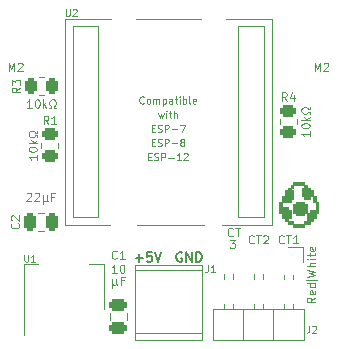
<source format=gto>
G04 #@! TF.GenerationSoftware,KiCad,Pcbnew,(6.0.2)*
G04 #@! TF.CreationDate,2022-09-28T01:57:24+02:00*
G04 #@! TF.ProjectId,Tiny-Power-Meter,54696e79-2d50-46f7-9765-722d4d657465,rev?*
G04 #@! TF.SameCoordinates,Original*
G04 #@! TF.FileFunction,Legend,Top*
G04 #@! TF.FilePolarity,Positive*
%FSLAX46Y46*%
G04 Gerber Fmt 4.6, Leading zero omitted, Abs format (unit mm)*
G04 Created by KiCad (PCBNEW (6.0.2)) date 2022-09-28 01:57:24*
%MOMM*%
%LPD*%
G01*
G04 APERTURE LIST*
G04 Aperture macros list*
%AMRoundRect*
0 Rectangle with rounded corners*
0 $1 Rounding radius*
0 $2 $3 $4 $5 $6 $7 $8 $9 X,Y pos of 4 corners*
0 Add a 4 corners polygon primitive as box body*
4,1,4,$2,$3,$4,$5,$6,$7,$8,$9,$2,$3,0*
0 Add four circle primitives for the rounded corners*
1,1,$1+$1,$2,$3*
1,1,$1+$1,$4,$5*
1,1,$1+$1,$6,$7*
1,1,$1+$1,$8,$9*
0 Add four rect primitives between the rounded corners*
20,1,$1+$1,$2,$3,$4,$5,0*
20,1,$1+$1,$4,$5,$6,$7,0*
20,1,$1+$1,$6,$7,$8,$9,0*
20,1,$1+$1,$8,$9,$2,$3,0*%
G04 Aperture macros list end*
%ADD10C,0.120000*%
%ADD11C,0.150000*%
%ADD12C,0.110000*%
%ADD13C,0.100000*%
%ADD14C,0.010000*%
%ADD15RoundRect,0.250000X0.250000X0.475000X-0.250000X0.475000X-0.250000X-0.475000X0.250000X-0.475000X0*%
%ADD16RoundRect,0.250000X-0.262500X-0.450000X0.262500X-0.450000X0.262500X0.450000X-0.262500X0.450000X0*%
%ADD17RoundRect,0.250000X0.450000X-0.262500X0.450000X0.262500X-0.450000X0.262500X-0.450000X-0.262500X0*%
%ADD18R,1.500000X2.000000*%
%ADD19R,3.800000X2.000000*%
%ADD20R,2.200000X2.200000*%
%ADD21C,2.200000*%
%ADD22RoundRect,0.250000X0.475000X-0.250000X0.475000X0.250000X-0.475000X0.250000X-0.475000X-0.250000X0*%
%ADD23R,1.350000X1.350000*%
%ADD24O,1.350000X1.350000*%
%ADD25C,1.350000*%
%ADD26R,1.700000X1.700000*%
%ADD27O,1.700000X1.700000*%
%ADD28C,0.700000*%
%ADD29C,4.400000*%
%ADD30O,1.600000X1.600000*%
%ADD31R,1.600000X1.600000*%
G04 APERTURE END LIST*
D10*
X161675000Y-91200000D02*
X162625000Y-91200000D01*
D11*
X151190476Y-88900000D02*
X151114285Y-88861904D01*
X151000000Y-88861904D01*
X150885714Y-88900000D01*
X150809523Y-88976190D01*
X150771428Y-89052380D01*
X150733333Y-89204761D01*
X150733333Y-89319047D01*
X150771428Y-89471428D01*
X150809523Y-89547619D01*
X150885714Y-89623809D01*
X151000000Y-89661904D01*
X151076190Y-89661904D01*
X151190476Y-89623809D01*
X151228571Y-89585714D01*
X151228571Y-89319047D01*
X151076190Y-89319047D01*
X151571428Y-89661904D02*
X151571428Y-88861904D01*
X152028571Y-89661904D01*
X152028571Y-88861904D01*
X152409523Y-89661904D02*
X152409523Y-88861904D01*
X152600000Y-88861904D01*
X152714285Y-88900000D01*
X152790476Y-88976190D01*
X152828571Y-89052380D01*
X152866666Y-89204761D01*
X152866666Y-89319047D01*
X152828571Y-89471428D01*
X152790476Y-89547619D01*
X152714285Y-89623809D01*
X152600000Y-89661904D01*
X152409523Y-89661904D01*
X147271428Y-89357142D02*
X147880952Y-89357142D01*
X147576190Y-89661904D02*
X147576190Y-89052380D01*
X148642857Y-88861904D02*
X148261904Y-88861904D01*
X148223809Y-89242857D01*
X148261904Y-89204761D01*
X148338095Y-89166666D01*
X148528571Y-89166666D01*
X148604761Y-89204761D01*
X148642857Y-89242857D01*
X148680952Y-89319047D01*
X148680952Y-89509523D01*
X148642857Y-89585714D01*
X148604761Y-89623809D01*
X148528571Y-89661904D01*
X148338095Y-89661904D01*
X148261904Y-89623809D01*
X148223809Y-89585714D01*
X148909523Y-88861904D02*
X149176190Y-89661904D01*
X149442857Y-88861904D01*
D12*
X148628571Y-79557142D02*
X148828571Y-79557142D01*
X148914285Y-79871428D02*
X148628571Y-79871428D01*
X148628571Y-79271428D01*
X148914285Y-79271428D01*
X149142857Y-79842857D02*
X149228571Y-79871428D01*
X149371428Y-79871428D01*
X149428571Y-79842857D01*
X149457142Y-79814285D01*
X149485714Y-79757142D01*
X149485714Y-79700000D01*
X149457142Y-79642857D01*
X149428571Y-79614285D01*
X149371428Y-79585714D01*
X149257142Y-79557142D01*
X149200000Y-79528571D01*
X149171428Y-79500000D01*
X149142857Y-79442857D01*
X149142857Y-79385714D01*
X149171428Y-79328571D01*
X149200000Y-79300000D01*
X149257142Y-79271428D01*
X149400000Y-79271428D01*
X149485714Y-79300000D01*
X149742857Y-79871428D02*
X149742857Y-79271428D01*
X149971428Y-79271428D01*
X150028571Y-79300000D01*
X150057142Y-79328571D01*
X150085714Y-79385714D01*
X150085714Y-79471428D01*
X150057142Y-79528571D01*
X150028571Y-79557142D01*
X149971428Y-79585714D01*
X149742857Y-79585714D01*
X150342857Y-79642857D02*
X150800000Y-79642857D01*
X151171428Y-79528571D02*
X151114285Y-79500000D01*
X151085714Y-79471428D01*
X151057142Y-79414285D01*
X151057142Y-79385714D01*
X151085714Y-79328571D01*
X151114285Y-79300000D01*
X151171428Y-79271428D01*
X151285714Y-79271428D01*
X151342857Y-79300000D01*
X151371428Y-79328571D01*
X151400000Y-79385714D01*
X151400000Y-79414285D01*
X151371428Y-79471428D01*
X151342857Y-79500000D01*
X151285714Y-79528571D01*
X151171428Y-79528571D01*
X151114285Y-79557142D01*
X151085714Y-79585714D01*
X151057142Y-79642857D01*
X151057142Y-79757142D01*
X151085714Y-79814285D01*
X151114285Y-79842857D01*
X151171428Y-79871428D01*
X151285714Y-79871428D01*
X151342857Y-79842857D01*
X151371428Y-79814285D01*
X151400000Y-79757142D01*
X151400000Y-79642857D01*
X151371428Y-79585714D01*
X151342857Y-79557142D01*
X151285714Y-79528571D01*
X149185714Y-77071428D02*
X149300000Y-77471428D01*
X149414285Y-77185714D01*
X149528571Y-77471428D01*
X149642857Y-77071428D01*
X149871428Y-77471428D02*
X149871428Y-77071428D01*
X149871428Y-76871428D02*
X149842857Y-76900000D01*
X149871428Y-76928571D01*
X149900000Y-76900000D01*
X149871428Y-76871428D01*
X149871428Y-76928571D01*
X150071428Y-77071428D02*
X150300000Y-77071428D01*
X150157142Y-76871428D02*
X150157142Y-77385714D01*
X150185714Y-77442857D01*
X150242857Y-77471428D01*
X150300000Y-77471428D01*
X150500000Y-77471428D02*
X150500000Y-76871428D01*
X150757142Y-77471428D02*
X150757142Y-77157142D01*
X150728571Y-77100000D01*
X150671428Y-77071428D01*
X150585714Y-77071428D01*
X150528571Y-77100000D01*
X150500000Y-77128571D01*
X148628571Y-78357142D02*
X148828571Y-78357142D01*
X148914285Y-78671428D02*
X148628571Y-78671428D01*
X148628571Y-78071428D01*
X148914285Y-78071428D01*
X149142857Y-78642857D02*
X149228571Y-78671428D01*
X149371428Y-78671428D01*
X149428571Y-78642857D01*
X149457142Y-78614285D01*
X149485714Y-78557142D01*
X149485714Y-78500000D01*
X149457142Y-78442857D01*
X149428571Y-78414285D01*
X149371428Y-78385714D01*
X149257142Y-78357142D01*
X149200000Y-78328571D01*
X149171428Y-78300000D01*
X149142857Y-78242857D01*
X149142857Y-78185714D01*
X149171428Y-78128571D01*
X149200000Y-78100000D01*
X149257142Y-78071428D01*
X149400000Y-78071428D01*
X149485714Y-78100000D01*
X149742857Y-78671428D02*
X149742857Y-78071428D01*
X149971428Y-78071428D01*
X150028571Y-78100000D01*
X150057142Y-78128571D01*
X150085714Y-78185714D01*
X150085714Y-78271428D01*
X150057142Y-78328571D01*
X150028571Y-78357142D01*
X149971428Y-78385714D01*
X149742857Y-78385714D01*
X150342857Y-78442857D02*
X150800000Y-78442857D01*
X151028571Y-78071428D02*
X151428571Y-78071428D01*
X151171428Y-78671428D01*
X148342857Y-80757142D02*
X148542857Y-80757142D01*
X148628571Y-81071428D02*
X148342857Y-81071428D01*
X148342857Y-80471428D01*
X148628571Y-80471428D01*
X148857142Y-81042857D02*
X148942857Y-81071428D01*
X149085714Y-81071428D01*
X149142857Y-81042857D01*
X149171428Y-81014285D01*
X149200000Y-80957142D01*
X149200000Y-80900000D01*
X149171428Y-80842857D01*
X149142857Y-80814285D01*
X149085714Y-80785714D01*
X148971428Y-80757142D01*
X148914285Y-80728571D01*
X148885714Y-80700000D01*
X148857142Y-80642857D01*
X148857142Y-80585714D01*
X148885714Y-80528571D01*
X148914285Y-80500000D01*
X148971428Y-80471428D01*
X149114285Y-80471428D01*
X149200000Y-80500000D01*
X149457142Y-81071428D02*
X149457142Y-80471428D01*
X149685714Y-80471428D01*
X149742857Y-80500000D01*
X149771428Y-80528571D01*
X149800000Y-80585714D01*
X149800000Y-80671428D01*
X149771428Y-80728571D01*
X149742857Y-80757142D01*
X149685714Y-80785714D01*
X149457142Y-80785714D01*
X150057142Y-80842857D02*
X150514285Y-80842857D01*
X151114285Y-81071428D02*
X150771428Y-81071428D01*
X150942857Y-81071428D02*
X150942857Y-80471428D01*
X150885714Y-80557142D01*
X150828571Y-80614285D01*
X150771428Y-80642857D01*
X151342857Y-80528571D02*
X151371428Y-80500000D01*
X151428571Y-80471428D01*
X151571428Y-80471428D01*
X151628571Y-80500000D01*
X151657142Y-80528571D01*
X151685714Y-80585714D01*
X151685714Y-80642857D01*
X151657142Y-80728571D01*
X151314285Y-81071428D01*
X151685714Y-81071428D01*
X147971428Y-76214285D02*
X147942857Y-76242857D01*
X147857142Y-76271428D01*
X147800000Y-76271428D01*
X147714285Y-76242857D01*
X147657142Y-76185714D01*
X147628571Y-76128571D01*
X147600000Y-76014285D01*
X147600000Y-75928571D01*
X147628571Y-75814285D01*
X147657142Y-75757142D01*
X147714285Y-75700000D01*
X147800000Y-75671428D01*
X147857142Y-75671428D01*
X147942857Y-75700000D01*
X147971428Y-75728571D01*
X148314285Y-76271428D02*
X148257142Y-76242857D01*
X148228571Y-76214285D01*
X148200000Y-76157142D01*
X148200000Y-75985714D01*
X148228571Y-75928571D01*
X148257142Y-75900000D01*
X148314285Y-75871428D01*
X148400000Y-75871428D01*
X148457142Y-75900000D01*
X148485714Y-75928571D01*
X148514285Y-75985714D01*
X148514285Y-76157142D01*
X148485714Y-76214285D01*
X148457142Y-76242857D01*
X148400000Y-76271428D01*
X148314285Y-76271428D01*
X148771428Y-76271428D02*
X148771428Y-75871428D01*
X148771428Y-75928571D02*
X148800000Y-75900000D01*
X148857142Y-75871428D01*
X148942857Y-75871428D01*
X149000000Y-75900000D01*
X149028571Y-75957142D01*
X149028571Y-76271428D01*
X149028571Y-75957142D02*
X149057142Y-75900000D01*
X149114285Y-75871428D01*
X149200000Y-75871428D01*
X149257142Y-75900000D01*
X149285714Y-75957142D01*
X149285714Y-76271428D01*
X149571428Y-75871428D02*
X149571428Y-76471428D01*
X149571428Y-75900000D02*
X149628571Y-75871428D01*
X149742857Y-75871428D01*
X149800000Y-75900000D01*
X149828571Y-75928571D01*
X149857142Y-75985714D01*
X149857142Y-76157142D01*
X149828571Y-76214285D01*
X149800000Y-76242857D01*
X149742857Y-76271428D01*
X149628571Y-76271428D01*
X149571428Y-76242857D01*
X150371428Y-76271428D02*
X150371428Y-75957142D01*
X150342857Y-75900000D01*
X150285714Y-75871428D01*
X150171428Y-75871428D01*
X150114285Y-75900000D01*
X150371428Y-76242857D02*
X150314285Y-76271428D01*
X150171428Y-76271428D01*
X150114285Y-76242857D01*
X150085714Y-76185714D01*
X150085714Y-76128571D01*
X150114285Y-76071428D01*
X150171428Y-76042857D01*
X150314285Y-76042857D01*
X150371428Y-76014285D01*
X150571428Y-75871428D02*
X150800000Y-75871428D01*
X150657142Y-75671428D02*
X150657142Y-76185714D01*
X150685714Y-76242857D01*
X150742857Y-76271428D01*
X150800000Y-76271428D01*
X151000000Y-76271428D02*
X151000000Y-75871428D01*
X151000000Y-75671428D02*
X150971428Y-75700000D01*
X151000000Y-75728571D01*
X151028571Y-75700000D01*
X151000000Y-75671428D01*
X151000000Y-75728571D01*
X151285714Y-76271428D02*
X151285714Y-75671428D01*
X151285714Y-75900000D02*
X151342857Y-75871428D01*
X151457142Y-75871428D01*
X151514285Y-75900000D01*
X151542857Y-75928571D01*
X151571428Y-75985714D01*
X151571428Y-76157142D01*
X151542857Y-76214285D01*
X151514285Y-76242857D01*
X151457142Y-76271428D01*
X151342857Y-76271428D01*
X151285714Y-76242857D01*
X151914285Y-76271428D02*
X151857142Y-76242857D01*
X151828571Y-76185714D01*
X151828571Y-75671428D01*
X152371428Y-76242857D02*
X152314285Y-76271428D01*
X152200000Y-76271428D01*
X152142857Y-76242857D01*
X152114285Y-76185714D01*
X152114285Y-75957142D01*
X152142857Y-75900000D01*
X152200000Y-75871428D01*
X152314285Y-75871428D01*
X152371428Y-75900000D01*
X152400000Y-75957142D01*
X152400000Y-76014285D01*
X152114285Y-76071428D01*
D10*
X137350000Y-86416666D02*
X137383333Y-86450000D01*
X137416666Y-86550000D01*
X137416666Y-86616666D01*
X137383333Y-86716666D01*
X137316666Y-86783333D01*
X137250000Y-86816666D01*
X137116666Y-86850000D01*
X137016666Y-86850000D01*
X136883333Y-86816666D01*
X136816666Y-86783333D01*
X136750000Y-86716666D01*
X136716666Y-86616666D01*
X136716666Y-86550000D01*
X136750000Y-86450000D01*
X136783333Y-86416666D01*
X136783333Y-86150000D02*
X136750000Y-86116666D01*
X136716666Y-86050000D01*
X136716666Y-85883333D01*
X136750000Y-85816666D01*
X136783333Y-85783333D01*
X136850000Y-85750000D01*
X136916666Y-85750000D01*
X137016666Y-85783333D01*
X137416666Y-86183333D01*
X137416666Y-85750000D01*
X138050000Y-83883333D02*
X138083333Y-83850000D01*
X138150000Y-83816666D01*
X138316666Y-83816666D01*
X138383333Y-83850000D01*
X138416666Y-83883333D01*
X138450000Y-83950000D01*
X138450000Y-84016666D01*
X138416666Y-84116666D01*
X138016666Y-84516666D01*
X138450000Y-84516666D01*
X138716666Y-83883333D02*
X138750000Y-83850000D01*
X138816666Y-83816666D01*
X138983333Y-83816666D01*
X139050000Y-83850000D01*
X139083333Y-83883333D01*
X139116666Y-83950000D01*
X139116666Y-84016666D01*
X139083333Y-84116666D01*
X138683333Y-84516666D01*
X139116666Y-84516666D01*
X139416666Y-84050000D02*
X139416666Y-84750000D01*
X139750000Y-84416666D02*
X139783333Y-84483333D01*
X139850000Y-84516666D01*
X139416666Y-84416666D02*
X139450000Y-84483333D01*
X139516666Y-84516666D01*
X139650000Y-84516666D01*
X139716666Y-84483333D01*
X139750000Y-84416666D01*
X139750000Y-84050000D01*
X140383333Y-84150000D02*
X140150000Y-84150000D01*
X140150000Y-84516666D02*
X140150000Y-83816666D01*
X140483333Y-83816666D01*
X137516666Y-74916666D02*
X137183333Y-75150000D01*
X137516666Y-75316666D02*
X136816666Y-75316666D01*
X136816666Y-75050000D01*
X136850000Y-74983333D01*
X136883333Y-74950000D01*
X136950000Y-74916666D01*
X137050000Y-74916666D01*
X137116666Y-74950000D01*
X137150000Y-74983333D01*
X137183333Y-75050000D01*
X137183333Y-75316666D01*
X136816666Y-74683333D02*
X136816666Y-74250000D01*
X137083333Y-74483333D01*
X137083333Y-74383333D01*
X137116666Y-74316666D01*
X137150000Y-74283333D01*
X137216666Y-74250000D01*
X137383333Y-74250000D01*
X137450000Y-74283333D01*
X137483333Y-74316666D01*
X137516666Y-74383333D01*
X137516666Y-74583333D01*
X137483333Y-74650000D01*
X137450000Y-74683333D01*
X138483333Y-76616666D02*
X138083333Y-76616666D01*
X138283333Y-76616666D02*
X138283333Y-75916666D01*
X138216666Y-76016666D01*
X138150000Y-76083333D01*
X138083333Y-76116666D01*
X138916666Y-75916666D02*
X138983333Y-75916666D01*
X139050000Y-75950000D01*
X139083333Y-75983333D01*
X139116666Y-76050000D01*
X139150000Y-76183333D01*
X139150000Y-76350000D01*
X139116666Y-76483333D01*
X139083333Y-76550000D01*
X139050000Y-76583333D01*
X138983333Y-76616666D01*
X138916666Y-76616666D01*
X138850000Y-76583333D01*
X138816666Y-76550000D01*
X138783333Y-76483333D01*
X138750000Y-76350000D01*
X138750000Y-76183333D01*
X138783333Y-76050000D01*
X138816666Y-75983333D01*
X138850000Y-75950000D01*
X138916666Y-75916666D01*
X139450000Y-76616666D02*
X139450000Y-75916666D01*
X139516666Y-76350000D02*
X139716666Y-76616666D01*
X139716666Y-76150000D02*
X139450000Y-76416666D01*
X139983333Y-76616666D02*
X140150000Y-76616666D01*
X140150000Y-76483333D01*
X140083333Y-76450000D01*
X140016666Y-76383333D01*
X139983333Y-76283333D01*
X139983333Y-76116666D01*
X140016666Y-76016666D01*
X140083333Y-75950000D01*
X140183333Y-75916666D01*
X140316666Y-75916666D01*
X140416666Y-75950000D01*
X140483333Y-76016666D01*
X140516666Y-76116666D01*
X140516666Y-76283333D01*
X140483333Y-76383333D01*
X140416666Y-76450000D01*
X140350000Y-76483333D01*
X140350000Y-76616666D01*
X140516666Y-76616666D01*
X160083333Y-76016666D02*
X159850000Y-75683333D01*
X159683333Y-76016666D02*
X159683333Y-75316666D01*
X159950000Y-75316666D01*
X160016666Y-75350000D01*
X160050000Y-75383333D01*
X160083333Y-75450000D01*
X160083333Y-75550000D01*
X160050000Y-75616666D01*
X160016666Y-75650000D01*
X159950000Y-75683333D01*
X159683333Y-75683333D01*
X160683333Y-75550000D02*
X160683333Y-76016666D01*
X160516666Y-75283333D02*
X160350000Y-75783333D01*
X160783333Y-75783333D01*
X162016666Y-78616666D02*
X162016666Y-79016666D01*
X162016666Y-78816666D02*
X161316666Y-78816666D01*
X161416666Y-78883333D01*
X161483333Y-78950000D01*
X161516666Y-79016666D01*
X161316666Y-78183333D02*
X161316666Y-78116666D01*
X161350000Y-78050000D01*
X161383333Y-78016666D01*
X161450000Y-77983333D01*
X161583333Y-77950000D01*
X161750000Y-77950000D01*
X161883333Y-77983333D01*
X161950000Y-78016666D01*
X161983333Y-78050000D01*
X162016666Y-78116666D01*
X162016666Y-78183333D01*
X161983333Y-78250000D01*
X161950000Y-78283333D01*
X161883333Y-78316666D01*
X161750000Y-78350000D01*
X161583333Y-78350000D01*
X161450000Y-78316666D01*
X161383333Y-78283333D01*
X161350000Y-78250000D01*
X161316666Y-78183333D01*
X162016666Y-77650000D02*
X161316666Y-77650000D01*
X161750000Y-77583333D02*
X162016666Y-77383333D01*
X161550000Y-77383333D02*
X161816666Y-77650000D01*
X162016666Y-77116666D02*
X162016666Y-76950000D01*
X161883333Y-76950000D01*
X161850000Y-77016666D01*
X161783333Y-77083333D01*
X161683333Y-77116666D01*
X161516666Y-77116666D01*
X161416666Y-77083333D01*
X161350000Y-77016666D01*
X161316666Y-76916666D01*
X161316666Y-76783333D01*
X161350000Y-76683333D01*
X161416666Y-76616666D01*
X161516666Y-76583333D01*
X161683333Y-76583333D01*
X161783333Y-76616666D01*
X161850000Y-76683333D01*
X161883333Y-76750000D01*
X162016666Y-76750000D01*
X162016666Y-76583333D01*
X139883333Y-78016666D02*
X139650000Y-77683333D01*
X139483333Y-78016666D02*
X139483333Y-77316666D01*
X139750000Y-77316666D01*
X139816666Y-77350000D01*
X139850000Y-77383333D01*
X139883333Y-77450000D01*
X139883333Y-77550000D01*
X139850000Y-77616666D01*
X139816666Y-77650000D01*
X139750000Y-77683333D01*
X139483333Y-77683333D01*
X140550000Y-78016666D02*
X140150000Y-78016666D01*
X140350000Y-78016666D02*
X140350000Y-77316666D01*
X140283333Y-77416666D01*
X140216666Y-77483333D01*
X140150000Y-77516666D01*
X138916666Y-80616666D02*
X138916666Y-81016666D01*
X138916666Y-80816666D02*
X138216666Y-80816666D01*
X138316666Y-80883333D01*
X138383333Y-80950000D01*
X138416666Y-81016666D01*
X138216666Y-80183333D02*
X138216666Y-80116666D01*
X138250000Y-80050000D01*
X138283333Y-80016666D01*
X138350000Y-79983333D01*
X138483333Y-79950000D01*
X138650000Y-79950000D01*
X138783333Y-79983333D01*
X138850000Y-80016666D01*
X138883333Y-80050000D01*
X138916666Y-80116666D01*
X138916666Y-80183333D01*
X138883333Y-80250000D01*
X138850000Y-80283333D01*
X138783333Y-80316666D01*
X138650000Y-80350000D01*
X138483333Y-80350000D01*
X138350000Y-80316666D01*
X138283333Y-80283333D01*
X138250000Y-80250000D01*
X138216666Y-80183333D01*
X138916666Y-79650000D02*
X138216666Y-79650000D01*
X138650000Y-79583333D02*
X138916666Y-79383333D01*
X138450000Y-79383333D02*
X138716666Y-79650000D01*
X138916666Y-79116666D02*
X138916666Y-78950000D01*
X138783333Y-78950000D01*
X138750000Y-79016666D01*
X138683333Y-79083333D01*
X138583333Y-79116666D01*
X138416666Y-79116666D01*
X138316666Y-79083333D01*
X138250000Y-79016666D01*
X138216666Y-78916666D01*
X138216666Y-78783333D01*
X138250000Y-78683333D01*
X138316666Y-78616666D01*
X138416666Y-78583333D01*
X138583333Y-78583333D01*
X138683333Y-78616666D01*
X138750000Y-78683333D01*
X138783333Y-78750000D01*
X138916666Y-78750000D01*
X138916666Y-78583333D01*
D13*
X137842857Y-89071428D02*
X137842857Y-89557142D01*
X137871428Y-89614285D01*
X137900000Y-89642857D01*
X137957142Y-89671428D01*
X138071428Y-89671428D01*
X138128571Y-89642857D01*
X138157142Y-89614285D01*
X138185714Y-89557142D01*
X138185714Y-89071428D01*
X138785714Y-89671428D02*
X138442857Y-89671428D01*
X138614285Y-89671428D02*
X138614285Y-89071428D01*
X138557142Y-89157142D01*
X138500000Y-89214285D01*
X138442857Y-89242857D01*
X153400000Y-89971428D02*
X153400000Y-90400000D01*
X153371428Y-90485714D01*
X153314285Y-90542857D01*
X153228571Y-90571428D01*
X153171428Y-90571428D01*
X154000000Y-90571428D02*
X153657142Y-90571428D01*
X153828571Y-90571428D02*
X153828571Y-89971428D01*
X153771428Y-90057142D01*
X153714285Y-90114285D01*
X153657142Y-90142857D01*
D10*
X145683333Y-89350000D02*
X145650000Y-89383333D01*
X145550000Y-89416666D01*
X145483333Y-89416666D01*
X145383333Y-89383333D01*
X145316666Y-89316666D01*
X145283333Y-89250000D01*
X145250000Y-89116666D01*
X145250000Y-89016666D01*
X145283333Y-88883333D01*
X145316666Y-88816666D01*
X145383333Y-88750000D01*
X145483333Y-88716666D01*
X145550000Y-88716666D01*
X145650000Y-88750000D01*
X145683333Y-88783333D01*
X146350000Y-89416666D02*
X145950000Y-89416666D01*
X146150000Y-89416666D02*
X146150000Y-88716666D01*
X146083333Y-88816666D01*
X146016666Y-88883333D01*
X145950000Y-88916666D01*
X145666666Y-90616666D02*
X145266666Y-90616666D01*
X145466666Y-90616666D02*
X145466666Y-89916666D01*
X145400000Y-90016666D01*
X145333333Y-90083333D01*
X145266666Y-90116666D01*
X146100000Y-89916666D02*
X146166666Y-89916666D01*
X146233333Y-89950000D01*
X146266666Y-89983333D01*
X146300000Y-90050000D01*
X146333333Y-90183333D01*
X146333333Y-90350000D01*
X146300000Y-90483333D01*
X146266666Y-90550000D01*
X146233333Y-90583333D01*
X146166666Y-90616666D01*
X146100000Y-90616666D01*
X146033333Y-90583333D01*
X146000000Y-90550000D01*
X145966666Y-90483333D01*
X145933333Y-90350000D01*
X145933333Y-90183333D01*
X145966666Y-90050000D01*
X146000000Y-89983333D01*
X146033333Y-89950000D01*
X146100000Y-89916666D01*
X145300000Y-91150000D02*
X145300000Y-91850000D01*
X145633333Y-91516666D02*
X145666666Y-91583333D01*
X145733333Y-91616666D01*
X145300000Y-91516666D02*
X145333333Y-91583333D01*
X145400000Y-91616666D01*
X145533333Y-91616666D01*
X145600000Y-91583333D01*
X145633333Y-91516666D01*
X145633333Y-91150000D01*
X146266666Y-91250000D02*
X146033333Y-91250000D01*
X146033333Y-91616666D02*
X146033333Y-90916666D01*
X146366666Y-90916666D01*
D13*
X141342857Y-68271428D02*
X141342857Y-68757142D01*
X141371428Y-68814285D01*
X141400000Y-68842857D01*
X141457142Y-68871428D01*
X141571428Y-68871428D01*
X141628571Y-68842857D01*
X141657142Y-68814285D01*
X141685714Y-68757142D01*
X141685714Y-68271428D01*
X141942857Y-68328571D02*
X141971428Y-68300000D01*
X142028571Y-68271428D01*
X142171428Y-68271428D01*
X142228571Y-68300000D01*
X142257142Y-68328571D01*
X142285714Y-68385714D01*
X142285714Y-68442857D01*
X142257142Y-68528571D01*
X141914285Y-68871428D01*
X142285714Y-68871428D01*
X161975000Y-95071428D02*
X161975000Y-95500000D01*
X161946428Y-95585714D01*
X161889285Y-95642857D01*
X161803571Y-95671428D01*
X161746428Y-95671428D01*
X162232142Y-95128571D02*
X162260714Y-95100000D01*
X162317857Y-95071428D01*
X162460714Y-95071428D01*
X162517857Y-95100000D01*
X162546428Y-95128571D01*
X162575000Y-95185714D01*
X162575000Y-95242857D01*
X162546428Y-95328571D01*
X162203571Y-95671428D01*
X162575000Y-95671428D01*
D10*
X159816666Y-88050000D02*
X159783333Y-88083333D01*
X159683333Y-88116666D01*
X159616666Y-88116666D01*
X159516666Y-88083333D01*
X159450000Y-88016666D01*
X159416666Y-87950000D01*
X159383333Y-87816666D01*
X159383333Y-87716666D01*
X159416666Y-87583333D01*
X159450000Y-87516666D01*
X159516666Y-87450000D01*
X159616666Y-87416666D01*
X159683333Y-87416666D01*
X159783333Y-87450000D01*
X159816666Y-87483333D01*
X160016666Y-87416666D02*
X160416666Y-87416666D01*
X160216666Y-88116666D02*
X160216666Y-87416666D01*
X161016666Y-88116666D02*
X160616666Y-88116666D01*
X160816666Y-88116666D02*
X160816666Y-87416666D01*
X160750000Y-87516666D01*
X160683333Y-87583333D01*
X160616666Y-87616666D01*
X155266666Y-87816666D02*
X155700000Y-87816666D01*
X155466666Y-88083333D01*
X155566666Y-88083333D01*
X155633333Y-88116666D01*
X155666666Y-88150000D01*
X155700000Y-88216666D01*
X155700000Y-88383333D01*
X155666666Y-88450000D01*
X155633333Y-88483333D01*
X155566666Y-88516666D01*
X155366666Y-88516666D01*
X155300000Y-88483333D01*
X155266666Y-88450000D01*
X162491666Y-92700000D02*
X162158333Y-92933333D01*
X162491666Y-93100000D02*
X161791666Y-93100000D01*
X161791666Y-92833333D01*
X161825000Y-92766666D01*
X161858333Y-92733333D01*
X161925000Y-92700000D01*
X162025000Y-92700000D01*
X162091666Y-92733333D01*
X162125000Y-92766666D01*
X162158333Y-92833333D01*
X162158333Y-93100000D01*
X162458333Y-92133333D02*
X162491666Y-92200000D01*
X162491666Y-92333333D01*
X162458333Y-92400000D01*
X162391666Y-92433333D01*
X162125000Y-92433333D01*
X162058333Y-92400000D01*
X162025000Y-92333333D01*
X162025000Y-92200000D01*
X162058333Y-92133333D01*
X162125000Y-92100000D01*
X162191666Y-92100000D01*
X162258333Y-92433333D01*
X162491666Y-91500000D02*
X161791666Y-91500000D01*
X162458333Y-91500000D02*
X162491666Y-91566666D01*
X162491666Y-91700000D01*
X162458333Y-91766666D01*
X162425000Y-91800000D01*
X162358333Y-91833333D01*
X162158333Y-91833333D01*
X162091666Y-91800000D01*
X162058333Y-91766666D01*
X162025000Y-91700000D01*
X162025000Y-91566666D01*
X162058333Y-91500000D01*
X157276666Y-88050000D02*
X157243333Y-88083333D01*
X157143333Y-88116666D01*
X157076666Y-88116666D01*
X156976666Y-88083333D01*
X156910000Y-88016666D01*
X156876666Y-87950000D01*
X156843333Y-87816666D01*
X156843333Y-87716666D01*
X156876666Y-87583333D01*
X156910000Y-87516666D01*
X156976666Y-87450000D01*
X157076666Y-87416666D01*
X157143333Y-87416666D01*
X157243333Y-87450000D01*
X157276666Y-87483333D01*
X157476666Y-87416666D02*
X157876666Y-87416666D01*
X157676666Y-88116666D02*
X157676666Y-87416666D01*
X158076666Y-87483333D02*
X158110000Y-87450000D01*
X158176666Y-87416666D01*
X158343333Y-87416666D01*
X158410000Y-87450000D01*
X158443333Y-87483333D01*
X158476666Y-87550000D01*
X158476666Y-87616666D01*
X158443333Y-87716666D01*
X158043333Y-88116666D01*
X158476666Y-88116666D01*
X161791666Y-90933333D02*
X162491666Y-90766666D01*
X161991666Y-90633333D01*
X162491666Y-90500000D01*
X161791666Y-90333333D01*
X162491666Y-90066666D02*
X161791666Y-90066666D01*
X162491666Y-89766666D02*
X162125000Y-89766666D01*
X162058333Y-89800000D01*
X162025000Y-89866666D01*
X162025000Y-89966666D01*
X162058333Y-90033333D01*
X162091666Y-90066666D01*
X162491666Y-89433333D02*
X162025000Y-89433333D01*
X161791666Y-89433333D02*
X161825000Y-89466666D01*
X161858333Y-89433333D01*
X161825000Y-89400000D01*
X161791666Y-89433333D01*
X161858333Y-89433333D01*
X162025000Y-89200000D02*
X162025000Y-88933333D01*
X161791666Y-89100000D02*
X162391666Y-89100000D01*
X162458333Y-89066666D01*
X162491666Y-89000000D01*
X162491666Y-88933333D01*
X162458333Y-88433333D02*
X162491666Y-88500000D01*
X162491666Y-88633333D01*
X162458333Y-88700000D01*
X162391666Y-88733333D01*
X162125000Y-88733333D01*
X162058333Y-88700000D01*
X162025000Y-88633333D01*
X162025000Y-88500000D01*
X162058333Y-88433333D01*
X162125000Y-88400000D01*
X162191666Y-88400000D01*
X162258333Y-88733333D01*
X155505000Y-87450000D02*
X155471666Y-87483333D01*
X155371666Y-87516666D01*
X155305000Y-87516666D01*
X155205000Y-87483333D01*
X155138333Y-87416666D01*
X155105000Y-87350000D01*
X155071666Y-87216666D01*
X155071666Y-87116666D01*
X155105000Y-86983333D01*
X155138333Y-86916666D01*
X155205000Y-86850000D01*
X155305000Y-86816666D01*
X155371666Y-86816666D01*
X155471666Y-86850000D01*
X155505000Y-86883333D01*
X155705000Y-86816666D02*
X156105000Y-86816666D01*
X155905000Y-87516666D02*
X155905000Y-86816666D01*
X162433333Y-73516666D02*
X162433333Y-72816666D01*
X162666666Y-73316666D01*
X162900000Y-72816666D01*
X162900000Y-73516666D01*
X163200000Y-72883333D02*
X163233333Y-72850000D01*
X163300000Y-72816666D01*
X163466666Y-72816666D01*
X163533333Y-72850000D01*
X163566666Y-72883333D01*
X163600000Y-72950000D01*
X163600000Y-73016666D01*
X163566666Y-73116666D01*
X163166666Y-73516666D01*
X163600000Y-73516666D01*
X136533333Y-73516666D02*
X136533333Y-72816666D01*
X136766666Y-73316666D01*
X137000000Y-72816666D01*
X137000000Y-73516666D01*
X137300000Y-72883333D02*
X137333333Y-72850000D01*
X137400000Y-72816666D01*
X137566666Y-72816666D01*
X137633333Y-72850000D01*
X137666666Y-72883333D01*
X137700000Y-72950000D01*
X137700000Y-73016666D01*
X137666666Y-73116666D01*
X137266666Y-73516666D01*
X137700000Y-73516666D01*
X139511252Y-87035000D02*
X138988748Y-87035000D01*
X139511252Y-85565000D02*
X138988748Y-85565000D01*
X139072936Y-74065000D02*
X139527064Y-74065000D01*
X139072936Y-75535000D02*
X139527064Y-75535000D01*
X159465000Y-78027064D02*
X159465000Y-77572936D01*
X160935000Y-78027064D02*
X160935000Y-77572936D01*
X140735000Y-80027064D02*
X140735000Y-79572936D01*
X139265000Y-80027064D02*
X139265000Y-79572936D01*
X144610000Y-93650000D02*
X144610000Y-89890000D01*
X144610000Y-89890000D02*
X143350000Y-89890000D01*
X137790000Y-89890000D02*
X139050000Y-89890000D01*
X137790000Y-95900000D02*
X137790000Y-89890000D01*
X147240000Y-90400000D02*
X152900000Y-90400000D01*
X147240000Y-95700000D02*
X152900000Y-95700000D01*
X147240000Y-89940000D02*
X152900000Y-89940000D01*
X147240000Y-89940000D02*
X147240000Y-96260000D01*
X152900000Y-89940000D02*
X152900000Y-96260000D01*
X147240000Y-96260000D02*
X152900000Y-96260000D01*
X145065000Y-94561252D02*
X145065000Y-94038748D01*
X146535000Y-94561252D02*
X146535000Y-94038748D01*
X152795000Y-69080000D02*
X147295000Y-69080000D01*
X155985000Y-69700500D02*
X155985000Y-85840000D01*
X144105000Y-69700500D02*
X144105000Y-85840000D01*
X145195000Y-69080000D02*
X141295000Y-69080000D01*
X155985000Y-85840000D02*
X158105000Y-85840000D01*
X155985000Y-69700500D02*
X158105000Y-69700500D01*
X158795000Y-86530000D02*
X158795000Y-69080000D01*
X141985000Y-85840000D02*
X144105000Y-85840000D01*
X158795000Y-86530000D02*
X154595000Y-86530000D01*
X158795000Y-69080000D02*
X154895000Y-69080000D01*
X145095000Y-86530000D02*
X141295000Y-86530000D01*
X141295000Y-86530000D02*
X141295000Y-69080000D01*
X153095000Y-86530000D02*
X147395000Y-86530000D01*
X158105000Y-69700500D02*
X158105000Y-85840000D01*
X141985000Y-69700500D02*
X144105000Y-69700500D01*
X141985000Y-69700500D02*
X141985000Y-85840000D01*
D14*
X160630100Y-83396650D02*
X160395150Y-83396650D01*
X160395150Y-83396650D02*
X160395150Y-83161700D01*
X160395150Y-83161700D02*
X160630100Y-83161700D01*
X160630100Y-83161700D02*
X160630100Y-83396650D01*
X160630100Y-83396650D02*
X160630100Y-83396650D01*
G36*
X160630100Y-83396650D02*
G01*
X160395150Y-83396650D01*
X160395150Y-83161700D01*
X160630100Y-83161700D01*
X160630100Y-83396650D01*
G37*
X160630100Y-83396650D02*
X160395150Y-83396650D01*
X160395150Y-83161700D01*
X160630100Y-83161700D01*
X160630100Y-83396650D01*
X160395150Y-83631600D02*
X160630100Y-83631600D01*
X160630100Y-83631600D02*
X160630100Y-84336450D01*
X160630100Y-84336450D02*
X160395150Y-84336450D01*
X160395150Y-84336450D02*
X160395150Y-84571400D01*
X160395150Y-84571400D02*
X159690300Y-84571400D01*
X159690300Y-84571400D02*
X159690300Y-84101500D01*
X159690300Y-84101500D02*
X159925250Y-84101500D01*
X159925250Y-84101500D02*
X159925250Y-83631600D01*
X159925250Y-83631600D02*
X160160200Y-83631600D01*
X160160200Y-83631600D02*
X160160200Y-83396650D01*
X160160200Y-83396650D02*
X160395150Y-83396650D01*
X160395150Y-83396650D02*
X160395150Y-83631600D01*
X160395150Y-83631600D02*
X160395150Y-83631600D01*
G36*
X160395150Y-83631600D02*
G01*
X160630100Y-83631600D01*
X160630100Y-84336450D01*
X160395150Y-84336450D01*
X160395150Y-84571400D01*
X159690300Y-84571400D01*
X159690300Y-84101500D01*
X159925250Y-84101500D01*
X159925250Y-83631600D01*
X160160200Y-83631600D01*
X160160200Y-83396650D01*
X160395150Y-83396650D01*
X160395150Y-83631600D01*
G37*
X160395150Y-83631600D02*
X160630100Y-83631600D01*
X160630100Y-84336450D01*
X160395150Y-84336450D01*
X160395150Y-84571400D01*
X159690300Y-84571400D01*
X159690300Y-84101500D01*
X159925250Y-84101500D01*
X159925250Y-83631600D01*
X160160200Y-83631600D01*
X160160200Y-83396650D01*
X160395150Y-83396650D01*
X160395150Y-83631600D01*
X160630100Y-86451000D02*
X160160200Y-86451000D01*
X160160200Y-86451000D02*
X160160200Y-86216050D01*
X160160200Y-86216050D02*
X160630100Y-86216050D01*
X160630100Y-86216050D02*
X160630100Y-86451000D01*
X160630100Y-86451000D02*
X160630100Y-86451000D01*
G36*
X160630100Y-86451000D02*
G01*
X160160200Y-86451000D01*
X160160200Y-86216050D01*
X160630100Y-86216050D01*
X160630100Y-86451000D01*
G37*
X160630100Y-86451000D02*
X160160200Y-86451000D01*
X160160200Y-86216050D01*
X160630100Y-86216050D01*
X160630100Y-86451000D01*
X161569900Y-86685950D02*
X160630100Y-86685950D01*
X160630100Y-86685950D02*
X160630100Y-86451000D01*
X160630100Y-86451000D02*
X161569900Y-86451000D01*
X161569900Y-86451000D02*
X161569900Y-86685950D01*
X161569900Y-86685950D02*
X161569900Y-86685950D01*
G36*
X161569900Y-86685950D02*
G01*
X160630100Y-86685950D01*
X160630100Y-86451000D01*
X161569900Y-86451000D01*
X161569900Y-86685950D01*
G37*
X161569900Y-86685950D02*
X160630100Y-86685950D01*
X160630100Y-86451000D01*
X161569900Y-86451000D01*
X161569900Y-86685950D01*
X161569900Y-84806350D02*
X161804850Y-84806350D01*
X161804850Y-84806350D02*
X161804850Y-85511200D01*
X161804850Y-85511200D02*
X161569900Y-85511200D01*
X161569900Y-85511200D02*
X161569900Y-85746150D01*
X161569900Y-85746150D02*
X160865050Y-85746150D01*
X160865050Y-85746150D02*
X160865050Y-85511200D01*
X160865050Y-85511200D02*
X160630100Y-85511200D01*
X160630100Y-85511200D02*
X160630100Y-84806350D01*
X160630100Y-84806350D02*
X160865050Y-84806350D01*
X160865050Y-84806350D02*
X160865050Y-84571400D01*
X160865050Y-84571400D02*
X161569900Y-84571400D01*
X161569900Y-84571400D02*
X161569900Y-84806350D01*
X161569900Y-84806350D02*
X161569900Y-84806350D01*
G36*
X161569900Y-84806350D02*
G01*
X161804850Y-84806350D01*
X161804850Y-85511200D01*
X161569900Y-85511200D01*
X161569900Y-85746150D01*
X160865050Y-85746150D01*
X160865050Y-85511200D01*
X160630100Y-85511200D01*
X160630100Y-84806350D01*
X160865050Y-84806350D01*
X160865050Y-84571400D01*
X161569900Y-84571400D01*
X161569900Y-84806350D01*
G37*
X161569900Y-84806350D02*
X161804850Y-84806350D01*
X161804850Y-85511200D01*
X161569900Y-85511200D01*
X161569900Y-85746150D01*
X160865050Y-85746150D01*
X160865050Y-85511200D01*
X160630100Y-85511200D01*
X160630100Y-84806350D01*
X160865050Y-84806350D01*
X160865050Y-84571400D01*
X161569900Y-84571400D01*
X161569900Y-84806350D01*
X159690300Y-85041300D02*
X160160200Y-85041300D01*
X160160200Y-85041300D02*
X160160200Y-85276250D01*
X160160200Y-85276250D02*
X160395150Y-85276250D01*
X160395150Y-85276250D02*
X160395150Y-85981100D01*
X160395150Y-85981100D02*
X160160200Y-85981100D01*
X160160200Y-85981100D02*
X160160200Y-86216050D01*
X160160200Y-86216050D02*
X159925250Y-86216050D01*
X159925250Y-86216050D02*
X159925250Y-85981100D01*
X159925250Y-85981100D02*
X159690300Y-85981100D01*
X159690300Y-85981100D02*
X159690300Y-85511200D01*
X159690300Y-85511200D02*
X159455350Y-85511200D01*
X159455350Y-85511200D02*
X159455350Y-84571400D01*
X159455350Y-84571400D02*
X159690300Y-84571400D01*
X159690300Y-84571400D02*
X159690300Y-85041300D01*
X159690300Y-85041300D02*
X159690300Y-85041300D01*
G36*
X159690300Y-85041300D02*
G01*
X160160200Y-85041300D01*
X160160200Y-85276250D01*
X160395150Y-85276250D01*
X160395150Y-85981100D01*
X160160200Y-85981100D01*
X160160200Y-86216050D01*
X159925250Y-86216050D01*
X159925250Y-85981100D01*
X159690300Y-85981100D01*
X159690300Y-85511200D01*
X159455350Y-85511200D01*
X159455350Y-84571400D01*
X159690300Y-84571400D01*
X159690300Y-85041300D01*
G37*
X159690300Y-85041300D02*
X160160200Y-85041300D01*
X160160200Y-85276250D01*
X160395150Y-85276250D01*
X160395150Y-85981100D01*
X160160200Y-85981100D01*
X160160200Y-86216050D01*
X159925250Y-86216050D01*
X159925250Y-85981100D01*
X159690300Y-85981100D01*
X159690300Y-85511200D01*
X159455350Y-85511200D01*
X159455350Y-84571400D01*
X159690300Y-84571400D01*
X159690300Y-85041300D01*
X162744650Y-85511200D02*
X162509700Y-85511200D01*
X162509700Y-85511200D02*
X162509700Y-85981100D01*
X162509700Y-85981100D02*
X162274750Y-85981100D01*
X162274750Y-85981100D02*
X162274750Y-86216050D01*
X162274750Y-86216050D02*
X162039800Y-86216050D01*
X162039800Y-86216050D02*
X162039800Y-86451000D01*
X162039800Y-86451000D02*
X161569900Y-86451000D01*
X161569900Y-86451000D02*
X161569900Y-86216050D01*
X161569900Y-86216050D02*
X161804850Y-86216050D01*
X161804850Y-86216050D02*
X161804850Y-85511200D01*
X161804850Y-85511200D02*
X162039800Y-85511200D01*
X162039800Y-85511200D02*
X162039800Y-85276250D01*
X162039800Y-85276250D02*
X162509700Y-85276250D01*
X162509700Y-85276250D02*
X162509700Y-84571400D01*
X162509700Y-84571400D02*
X162744650Y-84571400D01*
X162744650Y-84571400D02*
X162744650Y-85511200D01*
X162744650Y-85511200D02*
X162744650Y-85511200D01*
G36*
X162744650Y-85511200D02*
G01*
X162509700Y-85511200D01*
X162509700Y-85981100D01*
X162274750Y-85981100D01*
X162274750Y-86216050D01*
X162039800Y-86216050D01*
X162039800Y-86451000D01*
X161569900Y-86451000D01*
X161569900Y-86216050D01*
X161804850Y-86216050D01*
X161804850Y-85511200D01*
X162039800Y-85511200D01*
X162039800Y-85276250D01*
X162509700Y-85276250D01*
X162509700Y-84571400D01*
X162744650Y-84571400D01*
X162744650Y-85511200D01*
G37*
X162744650Y-85511200D02*
X162509700Y-85511200D01*
X162509700Y-85981100D01*
X162274750Y-85981100D01*
X162274750Y-86216050D01*
X162039800Y-86216050D01*
X162039800Y-86451000D01*
X161569900Y-86451000D01*
X161569900Y-86216050D01*
X161804850Y-86216050D01*
X161804850Y-85511200D01*
X162039800Y-85511200D01*
X162039800Y-85276250D01*
X162509700Y-85276250D01*
X162509700Y-84571400D01*
X162744650Y-84571400D01*
X162744650Y-85511200D01*
X162509700Y-84571400D02*
X162274750Y-84571400D01*
X162274750Y-84571400D02*
X162274750Y-84101500D01*
X162274750Y-84101500D02*
X162509700Y-84101500D01*
X162509700Y-84101500D02*
X162509700Y-84571400D01*
X162509700Y-84571400D02*
X162509700Y-84571400D01*
G36*
X162509700Y-84571400D02*
G01*
X162274750Y-84571400D01*
X162274750Y-84101500D01*
X162509700Y-84101500D01*
X162509700Y-84571400D01*
G37*
X162509700Y-84571400D02*
X162274750Y-84571400D01*
X162274750Y-84101500D01*
X162509700Y-84101500D01*
X162509700Y-84571400D01*
X161569900Y-83161700D02*
X160630100Y-83161700D01*
X160630100Y-83161700D02*
X160630100Y-82926750D01*
X160630100Y-82926750D02*
X161569900Y-82926750D01*
X161569900Y-82926750D02*
X161569900Y-83161700D01*
X161569900Y-83161700D02*
X161569900Y-83161700D01*
G36*
X161569900Y-83161700D02*
G01*
X160630100Y-83161700D01*
X160630100Y-82926750D01*
X161569900Y-82926750D01*
X161569900Y-83161700D01*
G37*
X161569900Y-83161700D02*
X160630100Y-83161700D01*
X160630100Y-82926750D01*
X161569900Y-82926750D01*
X161569900Y-83161700D01*
X161804850Y-83396650D02*
X162039800Y-83396650D01*
X162039800Y-83396650D02*
X162039800Y-83631600D01*
X162039800Y-83631600D02*
X162274750Y-83631600D01*
X162274750Y-83631600D02*
X162274750Y-84101500D01*
X162274750Y-84101500D02*
X162039800Y-84101500D01*
X162039800Y-84101500D02*
X162039800Y-84336450D01*
X162039800Y-84336450D02*
X161569900Y-84336450D01*
X161569900Y-84336450D02*
X161569900Y-84101500D01*
X161569900Y-84101500D02*
X161334950Y-84101500D01*
X161334950Y-84101500D02*
X161334950Y-83396650D01*
X161334950Y-83396650D02*
X161569900Y-83396650D01*
X161569900Y-83396650D02*
X161569900Y-83161700D01*
X161569900Y-83161700D02*
X161804850Y-83161700D01*
X161804850Y-83161700D02*
X161804850Y-83396650D01*
X161804850Y-83396650D02*
X161804850Y-83396650D01*
G36*
X161804850Y-83396650D02*
G01*
X162039800Y-83396650D01*
X162039800Y-83631600D01*
X162274750Y-83631600D01*
X162274750Y-84101500D01*
X162039800Y-84101500D01*
X162039800Y-84336450D01*
X161569900Y-84336450D01*
X161569900Y-84101500D01*
X161334950Y-84101500D01*
X161334950Y-83396650D01*
X161569900Y-83396650D01*
X161569900Y-83161700D01*
X161804850Y-83161700D01*
X161804850Y-83396650D01*
G37*
X161804850Y-83396650D02*
X162039800Y-83396650D01*
X162039800Y-83631600D01*
X162274750Y-83631600D01*
X162274750Y-84101500D01*
X162039800Y-84101500D01*
X162039800Y-84336450D01*
X161569900Y-84336450D01*
X161569900Y-84101500D01*
X161334950Y-84101500D01*
X161334950Y-83396650D01*
X161569900Y-83396650D01*
X161569900Y-83161700D01*
X161804850Y-83161700D01*
X161804850Y-83396650D01*
D10*
X153790000Y-93630000D02*
X153790000Y-96290000D01*
X158040000Y-90692929D02*
X158040000Y-91147071D01*
X155500000Y-93232929D02*
X155500000Y-93630000D01*
X158930000Y-93630000D02*
X158930000Y-96290000D01*
X156390000Y-93630000D02*
X156390000Y-96290000D01*
X157280000Y-90692929D02*
X157280000Y-91147071D01*
X159820000Y-90760000D02*
X159820000Y-91147071D01*
X161530000Y-96290000D02*
X161530000Y-93630000D01*
X160200000Y-88380000D02*
X161470000Y-88380000D01*
X161470000Y-88380000D02*
X161470000Y-89650000D01*
X161530000Y-93630000D02*
X153790000Y-93630000D01*
X155500000Y-90692929D02*
X155500000Y-91147071D01*
X154740000Y-90692929D02*
X154740000Y-91147071D01*
X160580000Y-90760000D02*
X160580000Y-91147071D01*
X159820000Y-93232929D02*
X159820000Y-93630000D01*
X154740000Y-93232929D02*
X154740000Y-93630000D01*
X158040000Y-93232929D02*
X158040000Y-93630000D01*
X157280000Y-93232929D02*
X157280000Y-93630000D01*
X160580000Y-93232929D02*
X160580000Y-93630000D01*
X153790000Y-96290000D02*
X161530000Y-96290000D01*
%LPC*%
D15*
X140200000Y-86300000D03*
X138300000Y-86300000D03*
D16*
X138387500Y-74800000D03*
X140212500Y-74800000D03*
D17*
X160200000Y-78712500D03*
X160200000Y-76887500D03*
X140000000Y-80712500D03*
X140000000Y-78887500D03*
D18*
X138900000Y-94950000D03*
D19*
X141200000Y-88650000D03*
D18*
X141200000Y-94950000D03*
X143500000Y-94950000D03*
D20*
X148800000Y-93100000D03*
D21*
X151340000Y-93100000D03*
D22*
X145800000Y-95250000D03*
X145800000Y-93350000D03*
D23*
X143045000Y-70780000D03*
D24*
X143045000Y-72780000D03*
X143045000Y-74780000D03*
X143045000Y-76780000D03*
X143045000Y-78780000D03*
X143045000Y-80780000D03*
X143045000Y-82780000D03*
X143045000Y-84780000D03*
X157045000Y-84780000D03*
X157045000Y-82780000D03*
X157045000Y-80780000D03*
X157045000Y-78780000D03*
X157045000Y-76780000D03*
X157045000Y-74780000D03*
X157045000Y-72780000D03*
D25*
X157045000Y-70780000D03*
D26*
X160200000Y-89650000D03*
D27*
X160200000Y-92190000D03*
X157660000Y-89650000D03*
X157660000Y-92190000D03*
X155120000Y-89650000D03*
X155120000Y-92190000D03*
D28*
X162466726Y-71666726D03*
X162950000Y-70500000D03*
X162466726Y-69333274D03*
X161300000Y-72150000D03*
X160133274Y-71666726D03*
X161300000Y-68850000D03*
X159650000Y-70500000D03*
D29*
X161300000Y-70500000D03*
D28*
X160133274Y-69333274D03*
X139966726Y-71666726D03*
X140450000Y-70500000D03*
X137633274Y-71666726D03*
X139966726Y-69333274D03*
X137150000Y-70500000D03*
X138800000Y-72150000D03*
X137633274Y-69333274D03*
X138800000Y-68850000D03*
D29*
X138800000Y-70500000D03*
D30*
X153870000Y-87375000D03*
X153870000Y-84835000D03*
X153870000Y-82295000D03*
X153870000Y-79755000D03*
X153870000Y-77215000D03*
X153870000Y-74675000D03*
X153870000Y-72135000D03*
X153870000Y-69595000D03*
X146250000Y-69595000D03*
X146250000Y-72135000D03*
X146250000Y-74675000D03*
X146250000Y-77215000D03*
X146250000Y-79755000D03*
X146250000Y-82295000D03*
X146250000Y-84835000D03*
D31*
X146250000Y-87375000D03*
M02*

</source>
